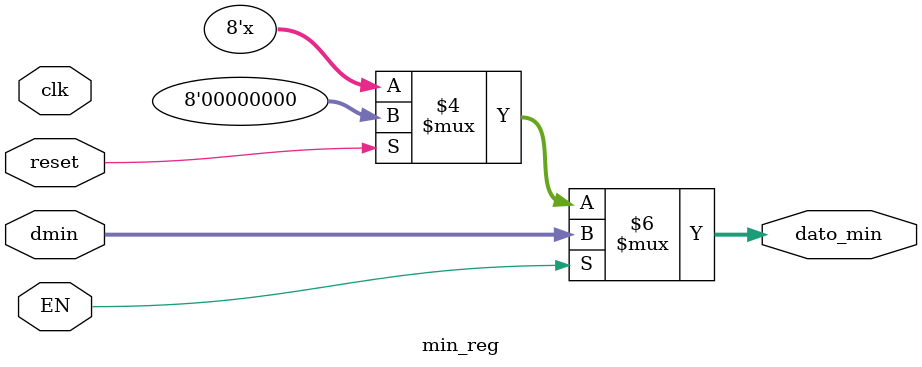
<source format=v>
`timescale 1ns / 1ps
module min_reg(
input wire clk,reset,
input wire [7:0] dmin,
input wire EN,
output reg [7:0]dato_min
    );
initial begin 

dato_min=8'b0;

end

always@* begin     //posiblemente tengamos que cambiar a @*
if (reset)
dato_min<=0;
if(EN==1)
dato_min<=dmin;
end
endmodule

 
</source>
